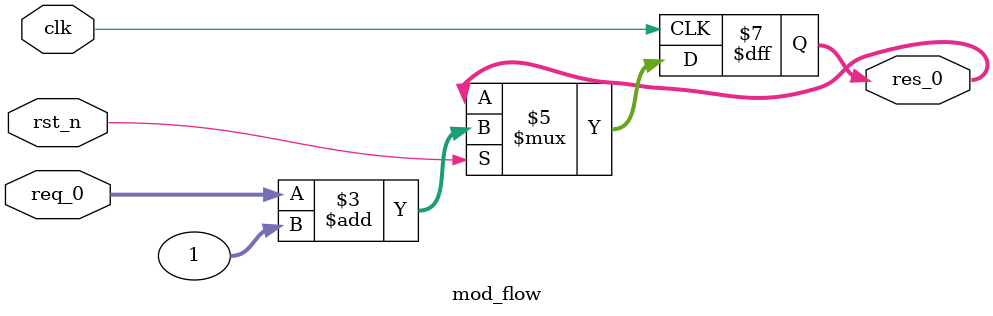
<source format=v>
module mod_flow(clk, rst_n, req_0, res_0);

   input clk;
   input rst_n;
   input [31:0] req_0;
   output [31:0] res_0;

   reg [31:0] res_0;
   

   always @(posedge clk) begin
      if (!rst_n) begin
      end else begin
	 res_0 <= req_0 + 1;
      end
   end

endmodule // mod_flow

</source>
